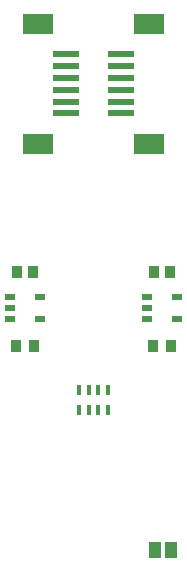
<source format=gtp>
G04*
G04 #@! TF.GenerationSoftware,Altium Limited,Altium Designer,19.1.8 (144)*
G04*
G04 Layer_Color=8421504*
%FSLAX25Y25*%
%MOIN*%
G70*
G01*
G75*
%ADD13R,0.04331X0.05315*%
%ADD14R,0.01673X0.03543*%
%ADD15R,0.03543X0.04134*%
%ADD16R,0.08661X0.02362*%
%ADD17R,0.10236X0.07087*%
G04:AMPARAMS|DCode=18|XSize=21.65mil|YSize=31.5mil|CornerRadius=1.95mil|HoleSize=0mil|Usage=FLASHONLY|Rotation=90.000|XOffset=0mil|YOffset=0mil|HoleType=Round|Shape=RoundedRectangle|*
%AMROUNDEDRECTD18*
21,1,0.02165,0.02760,0,0,90.0*
21,1,0.01776,0.03150,0,0,90.0*
1,1,0.00390,0.01380,0.00888*
1,1,0.00390,0.01380,-0.00888*
1,1,0.00390,-0.01380,-0.00888*
1,1,0.00390,-0.01380,0.00888*
%
%ADD18ROUNDEDRECTD18*%
%ADD19R,0.03543X0.03937*%
D13*
X59842Y61024D02*
D03*
X65354D02*
D03*
D14*
X44094Y114567D02*
D03*
X40945Y114567D02*
D03*
X37795D02*
D03*
X34646D02*
D03*
Y107874D02*
D03*
X37795D02*
D03*
X40945D02*
D03*
X44094D02*
D03*
D15*
X59350Y129134D02*
D03*
X65059D02*
D03*
X19390D02*
D03*
X13681D02*
D03*
D16*
X30315Y206693D02*
D03*
Y210630D02*
D03*
Y226378D02*
D03*
Y222441D02*
D03*
Y218504D02*
D03*
Y214567D02*
D03*
X48425Y226378D02*
D03*
Y222441D02*
D03*
Y206693D02*
D03*
Y210630D02*
D03*
Y214567D02*
D03*
Y218504D02*
D03*
D17*
X20866Y236614D02*
D03*
Y196457D02*
D03*
X57874D02*
D03*
Y236614D02*
D03*
D18*
X57185Y145472D02*
D03*
Y141732D02*
D03*
Y137992D02*
D03*
X67224D02*
D03*
Y145472D02*
D03*
X11516D02*
D03*
Y141732D02*
D03*
Y137992D02*
D03*
X21555D02*
D03*
Y145472D02*
D03*
D19*
X13878Y153937D02*
D03*
X19193D02*
D03*
X59547D02*
D03*
X64862D02*
D03*
M02*

</source>
